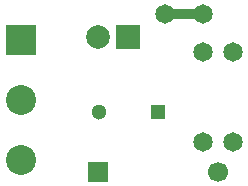
<source format=gbr>
G04 #@! TF.FileFunction,Copper,L1,Top,Signal*
%FSLAX46Y46*%
G04 Gerber Fmt 4.6, Leading zero omitted, Abs format (unit mm)*
G04 Created by KiCad (PCBNEW 4.0.0-rc1-stable) date 30/11/2015 05:11:27 p.m.*
%MOMM*%
G01*
G04 APERTURE LIST*
%ADD10C,0.100000*%
%ADD11R,1.300000X1.300000*%
%ADD12C,1.300000*%
%ADD13R,2.000000X2.000000*%
%ADD14C,2.000000*%
%ADD15C,1.699260*%
%ADD16R,1.699260X1.699260*%
%ADD17R,2.540000X2.540000*%
%ADD18C,2.540000*%
%ADD19C,1.651000*%
%ADD20C,0.812800*%
G04 APERTURE END LIST*
D10*
D11*
X149860000Y-111125000D03*
D12*
X144860000Y-111125000D03*
D13*
X147320000Y-104775000D03*
D14*
X144780000Y-104775000D03*
D15*
X154940520Y-116202460D03*
D16*
X144780520Y-116202460D03*
D17*
X138285000Y-105050001D03*
D18*
X138285000Y-110130001D03*
X138285000Y-115210001D03*
D19*
X153670000Y-106045000D03*
X153670000Y-113665000D03*
X156210000Y-106045000D03*
X156210000Y-113665000D03*
X153670000Y-102870000D03*
X150495000Y-102870000D03*
D20*
X150495000Y-102870000D02*
X153670000Y-102870000D01*
M02*

</source>
